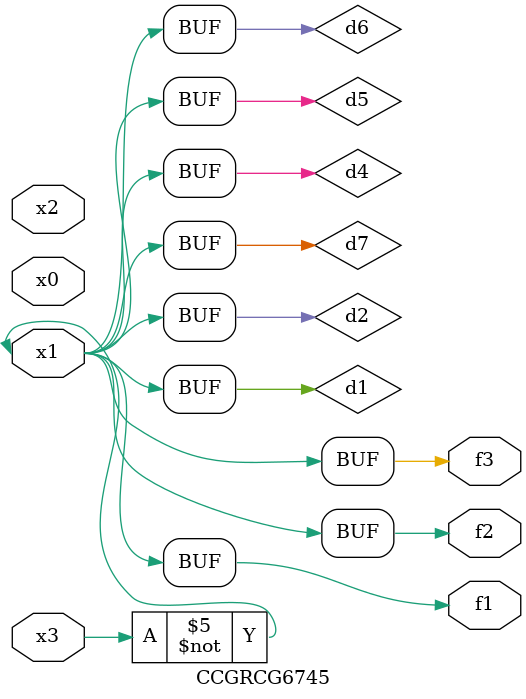
<source format=v>
module CCGRCG6745(
	input x0, x1, x2, x3,
	output f1, f2, f3
);

	wire d1, d2, d3, d4, d5, d6, d7;

	not (d1, x3);
	buf (d2, x1);
	xnor (d3, d1, d2);
	nor (d4, d1);
	buf (d5, d1, d2);
	buf (d6, d4, d5);
	nand (d7, d4);
	assign f1 = d6;
	assign f2 = d7;
	assign f3 = d6;
endmodule

</source>
